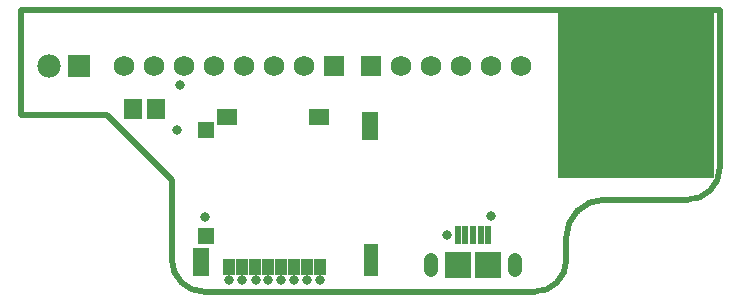
<source format=gts>
G04*
G04 #@! TF.GenerationSoftware,Altium Limited,CircuitStudio,1.5.2 (30)*
G04*
G04 Layer_Color=20142*
%FSLAX44Y44*%
%MOMM*%
G71*
G01*
G75*
%ADD21C,0.5000*%
%ADD39R,0.6032X1.6032*%
%ADD40R,2.2032X2.2032*%
%ADD41R,1.7032X1.3532*%
%ADD42R,1.3532X2.4032*%
%ADD43R,1.3632X1.4032*%
%ADD44R,1.3632X1.4532*%
%ADD45R,1.1532X2.7032*%
%ADD46R,1.0032X1.4432*%
%ADD47R,1.5032X1.8032*%
%ADD48C,1.7272*%
%ADD49R,1.7272X1.7272*%
%ADD50R,13.2032X14.2032*%
%ADD51O,1.2532X2.0532*%
%ADD52R,1.9812X1.9812*%
%ADD53C,1.9812*%
%ADD54C,0.8032*%
D21*
X297169Y298995D02*
G03*
X324869Y271295I27700J0D01*
G01*
X604286D02*
G03*
X631240Y298249I0J26955D01*
G01*
X734015Y349295D02*
G03*
X761240Y376520I0J27225D01*
G01*
X662940Y349295D02*
G03*
X641260Y340315I0J-30661D01*
G01*
X640220Y339275D02*
G03*
X631240Y317595I21680J-21680D01*
G01*
Y298249D02*
Y317595D01*
X324869Y271295D02*
X604286D01*
X761240Y376520D02*
Y393995D01*
X614240Y510000D02*
X761240D01*
Y393995D02*
Y510000D01*
X662940Y349295D02*
X734015D01*
X640220Y339275D02*
X641260Y340315D01*
X169240Y510000D02*
X614240D01*
X169240Y421295D02*
Y510000D01*
X297169Y298995D02*
Y366295D01*
X242169Y421295D02*
X297169Y366295D01*
X169240Y421295D02*
X242169D01*
D39*
X539240Y319295D02*
D03*
X545740D02*
D03*
X552240D02*
D03*
X558740D02*
D03*
X565240D02*
D03*
D40*
X539740Y293795D02*
D03*
X564740D02*
D03*
D41*
X344300Y419600D02*
D03*
X422100D02*
D03*
D42*
X465150Y411650D02*
D03*
X322250Y296850D02*
D03*
D43*
X326300Y408350D02*
D03*
D44*
Y318350D02*
D03*
D45*
X466150Y298350D02*
D03*
D46*
X345700Y292050D02*
D03*
X356700D02*
D03*
X367700D02*
D03*
X378700D02*
D03*
X389700D02*
D03*
X400700D02*
D03*
X411700D02*
D03*
X422700D02*
D03*
D47*
X283740Y426295D02*
D03*
X264740D02*
D03*
D48*
X307340Y462925D02*
D03*
X332740D02*
D03*
X358140D02*
D03*
X383540D02*
D03*
X408940D02*
D03*
X281940D02*
D03*
X256540D02*
D03*
X491140D02*
D03*
X516540D02*
D03*
X541940D02*
D03*
X567340D02*
D03*
X592740D02*
D03*
D49*
X434340D02*
D03*
X465740D02*
D03*
D50*
X690240Y438545D02*
D03*
D51*
X516490Y293795D02*
D03*
X587990D02*
D03*
D52*
X218440Y462925D02*
D03*
D53*
X193040Y462925D02*
D03*
D54*
X567240Y335295D02*
D03*
X530240Y319295D02*
D03*
X422910Y281295D02*
D03*
X411480D02*
D03*
X400700D02*
D03*
X378940D02*
D03*
X356870D02*
D03*
X325000Y335000D02*
D03*
X302000Y408000D02*
D03*
X389700Y281295D02*
D03*
X368240D02*
D03*
X345700D02*
D03*
X304240Y446295D02*
D03*
M02*

</source>
